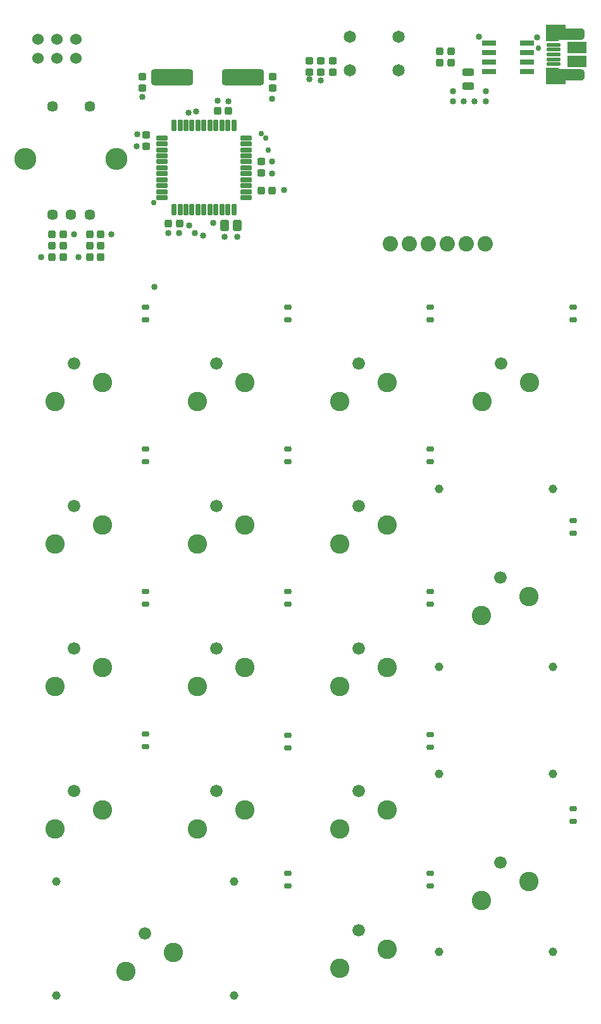
<source format=gts>
G04*
G04 #@! TF.GenerationSoftware,Altium Limited,Altium Designer,22.9.1 (49)*
G04*
G04 Layer_Color=8388736*
%FSLAX25Y25*%
%MOIN*%
G70*
G04*
G04 #@! TF.SameCoordinates,9D6E7D6E-5856-4DC7-B93E-05E9B7285799*
G04*
G04*
G04 #@! TF.FilePolarity,Negative*
G04*
G01*
G75*
G04:AMPARAMS|DCode=30|XSize=38.19mil|YSize=42.48mil|CornerRadius=10.86mil|HoleSize=0mil|Usage=FLASHONLY|Rotation=270.000|XOffset=0mil|YOffset=0mil|HoleType=Round|Shape=RoundedRectangle|*
%AMROUNDEDRECTD30*
21,1,0.03819,0.02076,0,0,270.0*
21,1,0.01647,0.04248,0,0,270.0*
1,1,0.02172,-0.01038,-0.00823*
1,1,0.02172,-0.01038,0.00823*
1,1,0.02172,0.01038,0.00823*
1,1,0.02172,0.01038,-0.00823*
%
%ADD30ROUNDEDRECTD30*%
G04:AMPARAMS|DCode=31|XSize=222.44mil|YSize=84.65mil|CornerRadius=15.16mil|HoleSize=0mil|Usage=FLASHONLY|Rotation=180.000|XOffset=0mil|YOffset=0mil|HoleType=Round|Shape=RoundedRectangle|*
%AMROUNDEDRECTD31*
21,1,0.22244,0.05433,0,0,180.0*
21,1,0.19213,0.08465,0,0,180.0*
1,1,0.03032,-0.09606,0.02717*
1,1,0.03032,0.09606,0.02717*
1,1,0.03032,0.09606,-0.02717*
1,1,0.03032,-0.09606,-0.02717*
%
%ADD31ROUNDEDRECTD31*%
G04:AMPARAMS|DCode=32|XSize=61.02mil|YSize=27.44mil|CornerRadius=8.34mil|HoleSize=0mil|Usage=FLASHONLY|Rotation=0.000|XOffset=0mil|YOffset=0mil|HoleType=Round|Shape=RoundedRectangle|*
%AMROUNDEDRECTD32*
21,1,0.06102,0.01077,0,0,0.0*
21,1,0.04435,0.02744,0,0,0.0*
1,1,0.01667,0.02218,-0.00538*
1,1,0.01667,-0.02218,-0.00538*
1,1,0.01667,-0.02218,0.00538*
1,1,0.01667,0.02218,0.00538*
%
%ADD32ROUNDEDRECTD32*%
G04:AMPARAMS|DCode=33|XSize=61.02mil|YSize=27.44mil|CornerRadius=8.34mil|HoleSize=0mil|Usage=FLASHONLY|Rotation=90.000|XOffset=0mil|YOffset=0mil|HoleType=Round|Shape=RoundedRectangle|*
%AMROUNDEDRECTD33*
21,1,0.06102,0.01077,0,0,90.0*
21,1,0.04435,0.02744,0,0,90.0*
1,1,0.01667,0.00538,0.02218*
1,1,0.01667,0.00538,-0.02218*
1,1,0.01667,-0.00538,-0.02218*
1,1,0.01667,-0.00538,0.02218*
%
%ADD33ROUNDEDRECTD33*%
G04:AMPARAMS|DCode=34|XSize=38.19mil|YSize=42.52mil|CornerRadius=10.86mil|HoleSize=0mil|Usage=FLASHONLY|Rotation=90.000|XOffset=0mil|YOffset=0mil|HoleType=Round|Shape=RoundedRectangle|*
%AMROUNDEDRECTD34*
21,1,0.03819,0.02080,0,0,90.0*
21,1,0.01647,0.04252,0,0,90.0*
1,1,0.02172,0.01040,0.00823*
1,1,0.02172,0.01040,-0.00823*
1,1,0.02172,-0.01040,-0.00823*
1,1,0.02172,-0.01040,0.00823*
%
%ADD34ROUNDEDRECTD34*%
G04:AMPARAMS|DCode=35|XSize=38.19mil|YSize=42.52mil|CornerRadius=10.86mil|HoleSize=0mil|Usage=FLASHONLY|Rotation=180.000|XOffset=0mil|YOffset=0mil|HoleType=Round|Shape=RoundedRectangle|*
%AMROUNDEDRECTD35*
21,1,0.03819,0.02080,0,0,180.0*
21,1,0.01647,0.04252,0,0,180.0*
1,1,0.02172,-0.00823,0.01040*
1,1,0.02172,0.00823,0.01040*
1,1,0.02172,0.00823,-0.01040*
1,1,0.02172,-0.00823,-0.01040*
%
%ADD35ROUNDEDRECTD35*%
%ADD36R,0.10433X0.06201*%
G04:AMPARAMS|DCode=37|XSize=74.8mil|YSize=21.65mil|CornerRadius=6.89mil|HoleSize=0mil|Usage=FLASHONLY|Rotation=180.000|XOffset=0mil|YOffset=0mil|HoleType=Round|Shape=RoundedRectangle|*
%AMROUNDEDRECTD37*
21,1,0.07480,0.00787,0,0,180.0*
21,1,0.06102,0.02165,0,0,180.0*
1,1,0.01378,-0.03051,0.00394*
1,1,0.01378,0.03051,0.00394*
1,1,0.01378,0.03051,-0.00394*
1,1,0.01378,-0.03051,-0.00394*
%
%ADD37ROUNDEDRECTD37*%
G04:AMPARAMS|DCode=38|XSize=39.37mil|YSize=61.81mil|CornerRadius=10.82mil|HoleSize=0mil|Usage=FLASHONLY|Rotation=90.000|XOffset=0mil|YOffset=0mil|HoleType=Round|Shape=RoundedRectangle|*
%AMROUNDEDRECTD38*
21,1,0.03937,0.04018,0,0,90.0*
21,1,0.01774,0.06181,0,0,90.0*
1,1,0.02163,0.02009,0.00887*
1,1,0.02163,0.02009,-0.00887*
1,1,0.02163,-0.02009,-0.00887*
1,1,0.02163,-0.02009,0.00887*
%
%ADD38ROUNDEDRECTD38*%
G04:AMPARAMS|DCode=39|XSize=29.53mil|YSize=37.4mil|CornerRadius=8.86mil|HoleSize=0mil|Usage=FLASHONLY|Rotation=90.000|XOffset=0mil|YOffset=0mil|HoleType=Round|Shape=RoundedRectangle|*
%AMROUNDEDRECTD39*
21,1,0.02953,0.01968,0,0,90.0*
21,1,0.01181,0.03740,0,0,90.0*
1,1,0.01772,0.00984,0.00591*
1,1,0.01772,0.00984,-0.00591*
1,1,0.01772,-0.00984,-0.00591*
1,1,0.01772,-0.00984,0.00591*
%
%ADD39ROUNDEDRECTD39*%
G04:AMPARAMS|DCode=40|XSize=75.55mil|YSize=29.88mil|CornerRadius=8.95mil|HoleSize=0mil|Usage=FLASHONLY|Rotation=0.000|XOffset=0mil|YOffset=0mil|HoleType=Round|Shape=RoundedRectangle|*
%AMROUNDEDRECTD40*
21,1,0.07555,0.01199,0,0,0.0*
21,1,0.05766,0.02988,0,0,0.0*
1,1,0.01789,0.02883,-0.00599*
1,1,0.01789,-0.02883,-0.00599*
1,1,0.01789,-0.02883,0.00599*
1,1,0.01789,0.02883,0.00599*
%
%ADD40ROUNDEDRECTD40*%
G04:AMPARAMS|DCode=41|XSize=38.19mil|YSize=42.48mil|CornerRadius=10.86mil|HoleSize=0mil|Usage=FLASHONLY|Rotation=0.000|XOffset=0mil|YOffset=0mil|HoleType=Round|Shape=RoundedRectangle|*
%AMROUNDEDRECTD41*
21,1,0.03819,0.02076,0,0,0.0*
21,1,0.01647,0.04248,0,0,0.0*
1,1,0.02172,0.00823,-0.01038*
1,1,0.02172,-0.00823,-0.01038*
1,1,0.02172,-0.00823,0.01038*
1,1,0.02172,0.00823,0.01038*
%
%ADD41ROUNDEDRECTD41*%
G04:AMPARAMS|DCode=42|XSize=46.06mil|YSize=60.2mil|CornerRadius=10.78mil|HoleSize=0mil|Usage=FLASHONLY|Rotation=180.000|XOffset=0mil|YOffset=0mil|HoleType=Round|Shape=RoundedRectangle|*
%AMROUNDEDRECTD42*
21,1,0.04606,0.03863,0,0,180.0*
21,1,0.02450,0.06020,0,0,180.0*
1,1,0.02157,-0.01225,0.01932*
1,1,0.02157,0.01225,0.01932*
1,1,0.02157,0.01225,-0.01932*
1,1,0.02157,-0.01225,-0.01932*
%
%ADD42ROUNDEDRECTD42*%
%ADD43C,0.06000*%
%ADD44C,0.06591*%
%ADD45C,0.10236*%
%ADD46C,0.00591*%
%ADD47C,0.06496*%
%ADD48C,0.11614*%
%ADD49C,0.05709*%
%ADD50C,0.04528*%
%ADD51C,0.08091*%
%ADD52O,0.10039X0.05315*%
%ADD53C,0.02953*%
%ADD54C,0.03347*%
G36*
X298228Y503150D02*
Y494488D01*
X291693D01*
Y503150D01*
X298228D01*
D02*
G37*
G36*
X310039Y502461D02*
X310142Y502457D01*
X310244Y502449D01*
X310347Y502437D01*
X310449Y502417D01*
X310547Y502394D01*
X310650Y502366D01*
X310744Y502331D01*
X310839Y502291D01*
X310933Y502248D01*
X311024Y502197D01*
X311110Y502142D01*
X311197Y502087D01*
X311280Y502024D01*
X311358Y501957D01*
X311433Y501886D01*
X311504Y501811D01*
X311571Y501732D01*
X311634Y501650D01*
X311689Y501563D01*
X311744Y501476D01*
X311795Y501386D01*
X311839Y501291D01*
X311878Y501197D01*
X311913Y501102D01*
X311941Y501000D01*
X311965Y500902D01*
X311984Y500799D01*
X311996Y500697D01*
X312004Y500595D01*
X312008Y500492D01*
Y498524D01*
X312004Y498421D01*
X311996Y498319D01*
X311984Y498216D01*
X311965Y498114D01*
X311941Y498016D01*
X311913Y497913D01*
X311878Y497819D01*
X311839Y497724D01*
X311795Y497630D01*
X311744Y497539D01*
X311689Y497453D01*
X311634Y497366D01*
X311571Y497284D01*
X311504Y497205D01*
X311433Y497130D01*
X311358Y497059D01*
X311280Y496992D01*
X311197Y496929D01*
X311110Y496874D01*
X311024Y496819D01*
X310933Y496768D01*
X310839Y496724D01*
X310744Y496685D01*
X310650Y496650D01*
X310547Y496622D01*
X310449Y496598D01*
X310347Y496579D01*
X310244Y496567D01*
X310142Y496559D01*
X310039Y496555D01*
X301969D01*
Y494488D01*
X298425D01*
Y502461D01*
X310039D01*
D02*
G37*
G36*
X298228Y525984D02*
Y517323D01*
X291693D01*
Y525984D01*
X298228D01*
D02*
G37*
G36*
X301969D02*
Y523917D01*
X310039D01*
X310142Y523913D01*
X310244Y523906D01*
X310347Y523894D01*
X310449Y523874D01*
X310547Y523850D01*
X310650Y523823D01*
X310744Y523787D01*
X310839Y523748D01*
X310933Y523705D01*
X311024Y523654D01*
X311110Y523598D01*
X311197Y523543D01*
X311280Y523480D01*
X311358Y523413D01*
X311433Y523343D01*
X311504Y523268D01*
X311571Y523189D01*
X311634Y523106D01*
X311689Y523020D01*
X311744Y522933D01*
X311795Y522843D01*
X311839Y522748D01*
X311878Y522653D01*
X311913Y522559D01*
X311941Y522457D01*
X311965Y522358D01*
X311984Y522256D01*
X311996Y522154D01*
X312004Y522051D01*
X312008Y521949D01*
Y519980D01*
X312004Y519878D01*
X311996Y519776D01*
X311984Y519673D01*
X311965Y519571D01*
X311941Y519472D01*
X311913Y519370D01*
X311878Y519276D01*
X311839Y519181D01*
X311795Y519087D01*
X311744Y518996D01*
X311689Y518910D01*
X311634Y518823D01*
X311571Y518740D01*
X311504Y518661D01*
X311433Y518587D01*
X311358Y518516D01*
X311280Y518449D01*
X311197Y518386D01*
X311110Y518331D01*
X311024Y518276D01*
X310933Y518224D01*
X310839Y518181D01*
X310744Y518142D01*
X310650Y518106D01*
X310547Y518079D01*
X310449Y518055D01*
X310347Y518035D01*
X310244Y518024D01*
X310142Y518016D01*
X310039Y518012D01*
X298425D01*
Y525984D01*
X301969D01*
D02*
G37*
D30*
X141535Y447835D02*
D03*
Y453780D02*
D03*
X173031Y500965D02*
D03*
Y506909D02*
D03*
X147488Y498658D02*
D03*
Y492713D02*
D03*
X78984Y498658D02*
D03*
Y492713D02*
D03*
X80905Y467933D02*
D03*
Y461988D02*
D03*
D31*
X94732Y498244D02*
D03*
X132133D02*
D03*
D32*
X133587Y434842D02*
D03*
Y437992D02*
D03*
Y441142D02*
D03*
Y444291D02*
D03*
Y447441D02*
D03*
Y450591D02*
D03*
Y453740D02*
D03*
Y456890D02*
D03*
Y460039D02*
D03*
Y463189D02*
D03*
Y466339D02*
D03*
X89248D02*
D03*
Y463189D02*
D03*
Y460039D02*
D03*
Y456890D02*
D03*
Y453740D02*
D03*
Y450591D02*
D03*
Y447441D02*
D03*
Y444291D02*
D03*
Y441142D02*
D03*
Y437992D02*
D03*
Y434842D02*
D03*
D33*
X127165Y472760D02*
D03*
X124016D02*
D03*
X120866D02*
D03*
X117717D02*
D03*
X114567D02*
D03*
X111417D02*
D03*
X108268D02*
D03*
X105118D02*
D03*
X101969D02*
D03*
X98819D02*
D03*
X95669D02*
D03*
Y428421D02*
D03*
X98819D02*
D03*
X101969D02*
D03*
X105118D02*
D03*
X108268D02*
D03*
X111417D02*
D03*
X114567D02*
D03*
X117717D02*
D03*
X120866D02*
D03*
X124016D02*
D03*
X127165D02*
D03*
D34*
X179331Y506909D02*
D03*
Y500965D02*
D03*
X166929D02*
D03*
Y506909D02*
D03*
D35*
X235807Y511811D02*
D03*
X241752D02*
D03*
X235807Y505905D02*
D03*
X241752D02*
D03*
X51161Y409662D02*
D03*
X57106D02*
D03*
Y403658D02*
D03*
X51161D02*
D03*
X31280Y409662D02*
D03*
X37224D02*
D03*
Y403658D02*
D03*
X31280D02*
D03*
D36*
X307874Y514026D02*
D03*
Y506447D02*
D03*
D37*
X295768Y515354D02*
D03*
Y512795D02*
D03*
Y510236D02*
D03*
Y507677D02*
D03*
Y505118D02*
D03*
D38*
X250787Y500925D02*
D03*
Y493563D02*
D03*
D39*
X305906Y113189D02*
D03*
Y106496D02*
D03*
X230709Y79134D02*
D03*
Y72441D02*
D03*
X155512Y79134D02*
D03*
Y72441D02*
D03*
X230709Y152362D02*
D03*
Y145669D02*
D03*
X155512Y151772D02*
D03*
Y145079D02*
D03*
X80512Y152559D02*
D03*
Y145866D02*
D03*
X305906Y264982D02*
D03*
Y258289D02*
D03*
X230709Y227559D02*
D03*
Y220866D02*
D03*
X155512Y227559D02*
D03*
Y220866D02*
D03*
X80512Y227559D02*
D03*
Y220866D02*
D03*
X305906Y377362D02*
D03*
Y370669D02*
D03*
X230709Y302559D02*
D03*
Y295866D02*
D03*
X155512Y302559D02*
D03*
Y295866D02*
D03*
X80512Y302559D02*
D03*
Y295866D02*
D03*
X230709Y377362D02*
D03*
Y370669D02*
D03*
X155512Y377362D02*
D03*
Y370669D02*
D03*
X80512Y377362D02*
D03*
Y370669D02*
D03*
D40*
X281480Y501299D02*
D03*
Y506299D02*
D03*
Y511299D02*
D03*
Y516299D02*
D03*
X261614D02*
D03*
Y511299D02*
D03*
Y506299D02*
D03*
Y501299D02*
D03*
D41*
X57106Y415665D02*
D03*
X51161D02*
D03*
X147461Y438583D02*
D03*
X141516D02*
D03*
X37224Y415665D02*
D03*
X31280D02*
D03*
X118484Y480709D02*
D03*
X124429D02*
D03*
X98492Y421276D02*
D03*
X92547D02*
D03*
D42*
X122271Y420095D02*
D03*
X129003D02*
D03*
D43*
X24055Y508110D02*
D03*
X34055D02*
D03*
X44055D02*
D03*
X24055Y518110D02*
D03*
X34055D02*
D03*
X44055D02*
D03*
D44*
X267799Y84870D02*
D03*
X192823Y49118D02*
D03*
X80413Y47441D02*
D03*
X192914Y122441D02*
D03*
X117913D02*
D03*
X42913D02*
D03*
X267799Y234870D02*
D03*
X192914Y197441D02*
D03*
X117913D02*
D03*
X42913D02*
D03*
X267914Y347441D02*
D03*
X192914Y272441D02*
D03*
X117913D02*
D03*
X42913D02*
D03*
X192914Y347441D02*
D03*
X117913D02*
D03*
X42913D02*
D03*
D45*
X282799Y74871D02*
D03*
X257799Y64871D02*
D03*
X207823Y39118D02*
D03*
X182823Y29118D02*
D03*
X95413Y37441D02*
D03*
X70413Y27441D02*
D03*
X207914Y112441D02*
D03*
X182914Y102441D02*
D03*
X132913Y112441D02*
D03*
X107913Y102441D02*
D03*
X57913Y112441D02*
D03*
X32913Y102441D02*
D03*
X282799Y224870D02*
D03*
X257799Y214870D02*
D03*
X207914Y187441D02*
D03*
X182914Y177441D02*
D03*
X132913Y187441D02*
D03*
X107913Y177441D02*
D03*
X57913Y187441D02*
D03*
X32913Y177441D02*
D03*
X282914Y337441D02*
D03*
X257914Y327441D02*
D03*
X207914Y262441D02*
D03*
X182914Y252441D02*
D03*
X132913Y262441D02*
D03*
X107913Y252441D02*
D03*
X57913Y262441D02*
D03*
X32913Y252441D02*
D03*
X207914Y337441D02*
D03*
X182914Y327441D02*
D03*
X132913Y337441D02*
D03*
X107913Y327441D02*
D03*
X57913Y337441D02*
D03*
X32913Y327441D02*
D03*
D46*
X247799Y84870D02*
D03*
X287799D02*
D03*
X172823Y49118D02*
D03*
X212823D02*
D03*
X60413Y47441D02*
D03*
X100413D02*
D03*
X172914Y122441D02*
D03*
X212914D02*
D03*
X97913D02*
D03*
X137913D02*
D03*
X22913D02*
D03*
X62913D02*
D03*
X247799Y234870D02*
D03*
X287799D02*
D03*
X172914Y197441D02*
D03*
X212914D02*
D03*
X97913D02*
D03*
X137913D02*
D03*
X22913D02*
D03*
X62913D02*
D03*
X247914Y347441D02*
D03*
X287914D02*
D03*
X172914Y272441D02*
D03*
X212914D02*
D03*
X97913D02*
D03*
X137913D02*
D03*
X22913D02*
D03*
X62913D02*
D03*
X172914Y347441D02*
D03*
X212914D02*
D03*
X97913D02*
D03*
X137913D02*
D03*
X22913D02*
D03*
X62913D02*
D03*
D47*
X213976Y519488D02*
D03*
X188386D02*
D03*
X213976Y501772D02*
D03*
X188386D02*
D03*
D48*
X65354Y455315D02*
D03*
X17323D02*
D03*
D49*
X41339Y425787D02*
D03*
X51181D02*
D03*
X31496D02*
D03*
X51181Y482874D02*
D03*
X31496D02*
D03*
D50*
X295358Y37823D02*
D03*
Y131524D02*
D03*
X235358Y38020D02*
D03*
Y131721D02*
D03*
X127461Y75000D02*
D03*
X33760D02*
D03*
X127264Y15000D02*
D03*
X33563D02*
D03*
X295358Y187823D02*
D03*
Y281524D02*
D03*
X235358Y188020D02*
D03*
Y281720D02*
D03*
D51*
X209516Y410614D02*
D03*
X249516D02*
D03*
X259516D02*
D03*
X239516D02*
D03*
X229516D02*
D03*
X219516D02*
D03*
D52*
X306890Y520965D02*
D03*
Y499508D02*
D03*
D53*
X141535Y468701D02*
D03*
X144095Y466142D02*
D03*
X145276Y460039D02*
D03*
X85039Y432087D02*
D03*
X287795Y513583D02*
D03*
D54*
X147244Y447441D02*
D03*
X147441Y453740D02*
D03*
X153543Y438779D02*
D03*
X173031Y496457D02*
D03*
X118504Y485827D02*
D03*
X124409Y485630D02*
D03*
X128937Y414173D02*
D03*
X122244D02*
D03*
X75984Y461811D02*
D03*
X103150Y479724D02*
D03*
X103543Y420079D02*
D03*
X106693Y416142D02*
D03*
X111024Y414764D02*
D03*
X116339Y421457D02*
D03*
X147441Y487008D02*
D03*
X256260Y519583D02*
D03*
X259842Y490945D02*
D03*
X242520D02*
D03*
X242520Y485433D02*
D03*
X166929Y497244D02*
D03*
X248294Y485433D02*
D03*
X259842D02*
D03*
X254068D02*
D03*
X85433Y387992D02*
D03*
X107283Y480315D02*
D03*
X98425Y416142D02*
D03*
X92520Y416339D02*
D03*
X286811Y519291D02*
D03*
X45472Y403658D02*
D03*
X62795Y415665D02*
D03*
X42913D02*
D03*
X25591Y403658D02*
D03*
X76181Y468110D02*
D03*
X78937Y487992D02*
D03*
M02*

</source>
